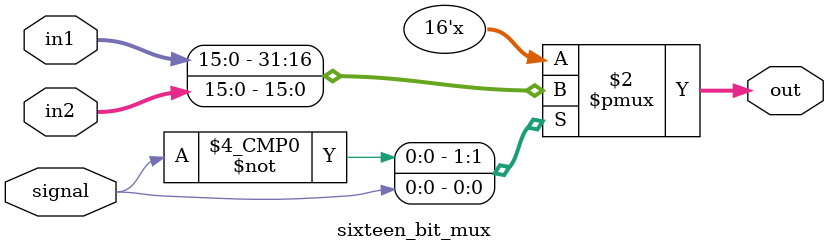
<source format=v>
`timescale 1ns / 1ps


module sixteen_bit_mux(
    input signal, 
    input [15:0] in1, 
    input [15:0] in2, 
    output reg [15:0] out
    );
    
    always @ (*)
        case (signal)
            0: out <= in1; 
            1: out <= in2; 
        endcase 
endmodule

</source>
